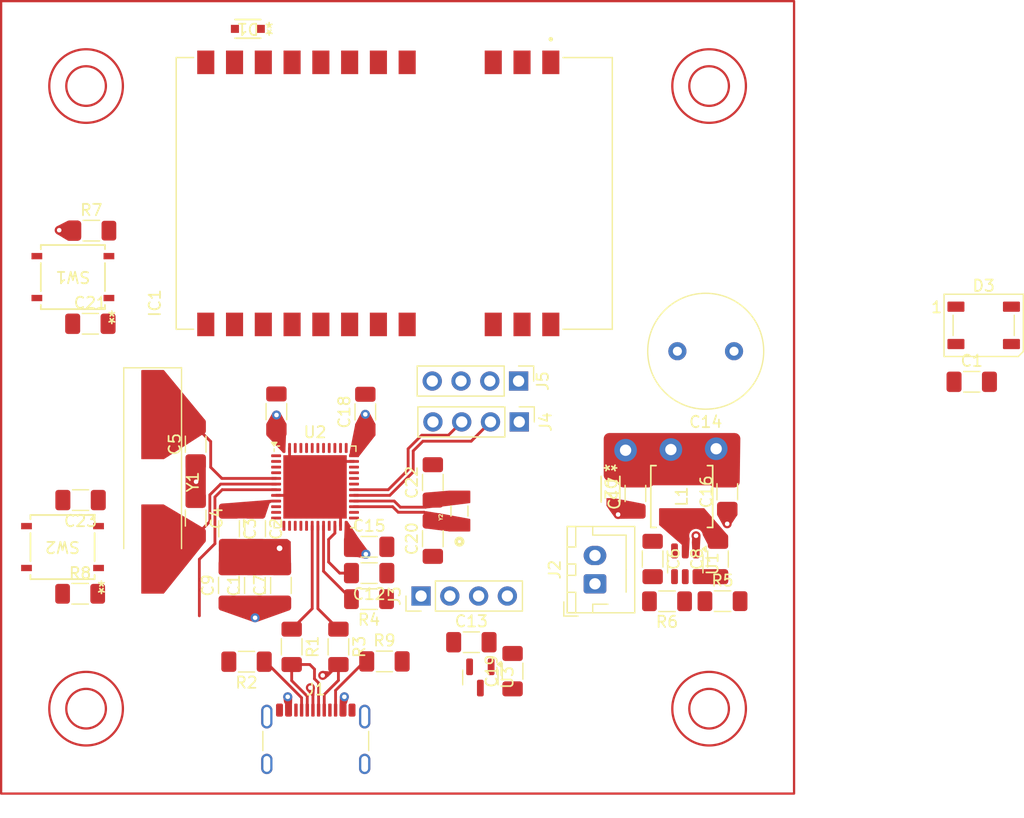
<source format=kicad_pcb>
(kicad_pcb (version 20240108) (generator "pcbnew") (generator_version "8.0")
  (layers (0 "F.Cu" signal) (1 "In1.Cu" signal) (2 "In2.Cu" signal) (31 "B.Cu" signal) (34 "B.Paste" user) (35 "F.Paste" user) (36 "B.SilkS" user "B.Silkscreen") (37 "F.SilkS" user "F.Silkscreen") (38 "B.Mask" user) (39 "F.Mask" user) (44 "Edge.Cuts" user))
  (net 0 "")
  (net 1 "GND")
  (net 2 "Net-(U2-PH1)")
  (net 3 "Net-(U2-PH0)")
  (net 4 "Net-(J2-Pin_2)")
  (net 5 "Net-(U1-SW)")
  (net 6 "Net-(U1-BST)")
  (net 7 "+3.3V")
  (net 8 "VREF+")
  (net 9 "BOOT0")
  (net 10 "+5V")
  (net 11 "NRST")
  (net 12 "Net-(U2-VCAP1)")
  (net 13 "Net-(U2-PB14)")
  (net 14 "Net-(U2-PB15)")
  (net 15 "DIO1")
  (net 16 "MISO")
  (net 17 "NSS")
  (net 19 "MOSI")
  (net 21 "RXEN")
  (net 22 "SCK")
  (net 23 "BUSY")
  (net 24 "TXEN")
  (net 25 "SWCLK")
  (net 26 "SWDIO")
  (net 27 "RX2")
  (net 28 "TX2")
  (net 29 "TX")
  (net 30 "RX")
  (net 32 "USB Dp")
  (net 33 "USB Dn")
  (net 34 "Net-(J1-CC2)")
  (net 35 "Net-(J1-CC1)")
  (net 36 "PB2")
  (net 38 "Net-(U2-PB0)")
  (net 39 "Net-(U2-PB1)")
  (net 40 "Net-(U1-FB)")
  (net 57 "DIN")
  (net 59 "TRST")
  (footprint "Capacitor_SMD:C_1206_3216Metric_Pad1.33x1.80mm_HandSolder" (layer "F.Cu") (at 164.4125 105.08)
    (property "Reference" "C13")
    (property "Value" "1uF")
  )
  (footprint "Package_DFN_QFN:QFN-48-1EP_7x7mm_P0.5mm_EP5.6x5.6mm" (layer "F.Cu") (at 150.6125 91.36)
    (property "Reference" "U2")
    (property "Value" "STM32F411CEUx")
  )
  (footprint "Capacitor_SMD:C_1206_3216Metric_Pad1.33x1.80mm_HandSolder" (layer "F.Cu") (at 208.585 82.075)
    (property "Reference" "C1")
    (property "Value" "0.1uF")
  )
  (footprint "PLZ5V1C_G3_H:CR_1C-G3&slash_H_VIS" (layer "F.Cu") (at 144.682 50.9 180)
    (property "Reference" "D1")
    (property "Value" "5.23V")
  )
  (footprint "Capacitor_SMD:C_1206_3216Metric_Pad1.33x1.80mm_HandSolder" (layer "F.Cu") (at 144.5625 106.8 180)
    (property "Reference" "R2")
    (property "Value" "5.1k")
  )
  (footprint "Resistor_SMD:R_1206_3216Metric_Pad1.30x1.75mm_HandSolder" (layer "F.Cu") (at 181.683814 101.464005 180)
    (property "Reference" "R6")
    (property "Value" "52.3k")
  )
  (footprint "Capacitor_SMD:C_1206_3216Metric_Pad1.33x1.80mm_HandSolder" (layer "F.Cu") (at 145.325 95.0625 -90)
    (property "Reference" "C2")
    (property "Value" "0.1uF")
  )
  (footprint "Connector_USB:USB_C_Receptacle_GCT_USB4105-xx-A_16P_TopMnt_Horizontal" (layer "F.Cu") (at 150.675 114.755)
    (property "Reference" "J1")
    (property "Value" "USB_C_Receptacle_USB2.0_16P")
  )
  (footprint "Capacitor_SMD:C_1206_3216Metric_Pad1.33x1.80mm_HandSolder" (layer "F.Cu") (at 129.9125 92.524998 180)
    (property "Reference" "C23")
    (property "Value" "0.1uF")
  )
  (footprint "Capacitor_SMD:C_1206_3216Metric_Pad1.33x1.80mm_HandSolder" (layer "F.Cu") (at 148.55 105.4875 -90)
    (property "Reference" "R1")
    (property "Value" "10")
  )
  (footprint "Capacitor_SMD:C_1206_3216Metric_Pad1.33x1.80mm_HandSolder" (layer "F.Cu") (at 156.7375 106.775)
    (property "Reference" "R9")
    (property "Value" "5.1k")
  )
  (footprint "Connector_PinHeader_2.54mm:PinHeader_1x04_P2.54mm_Vertical" (layer "F.Cu") (at 168.58 82.01 -90)
    (property "Reference" "J5")
    (property "Value" "Conn_01x04_Pin")
  )
  (footprint "Resistor_SMD:R_1206_3216Metric_Pad1.30x1.75mm_HandSolder" (layer "F.Cu") (at 129.875 100.799998)
    (property "Reference" "R8")
    (property "Value" "10K")
  )
  (footprint "Capacitor_SMD:C_1206_3216Metric_Pad1.33x1.80mm_HandSolder" (layer "F.Cu") (at 147.2 84.7125 -90)
    (property "Reference" "C11" (hide yes))
    (property "Value" "0.1uF")
  )
  (footprint "Capacitor_SMD:C_1206_3216Metric_Pad1.33x1.80mm_HandSolder" (layer "F.Cu") (at 186.185 97.7325 90)
    (property "Reference" "C8")
    (property "Value" "0.1uF")
  )
  (footprint "Capacitor_SMD:C_1206_3216Metric_Pad1.33x1.80mm_HandSolder" (layer "F.Cu") (at 161.01 90.964292 90)
    (property "Reference" "C22")
    (property "Value" "5pF")
  )
  (footprint "E22-900M30S:XCVR_E22-900M30S" (layer "F.Cu") (at 157.605 65.4325 90)
    (property "Reference" "IC1")
    (property "Value" "E22-900M22S")
  )
  (footprint "PTS526_SM15_SMTR2_LFS:SON4_PTS526 SM15 SMTR2 LFS_CNK" (layer "F.Cu") (at 128.319651 96.674999 180)
    (property "Reference" "SW2")
    (property "Value" "SW_MEC_5E")
  )
  (footprint "Package_TO_SOT_SMD:SOT-23" (layer "F.Cu") (at 165.205 108.1925 -90)
    (property "Reference" "U3")
    (property "Value" "MCP1700x-250xxTT")
  )
  (footprint "Capacitor_SMD:C_1206_3216Metric_Pad1.33x1.80mm_HandSolder" (layer "F.Cu") (at 130.7775 76.949998)
    (property "Reference" "C21")
    (property "Value" "0.1uF")
  )
  (footprint "Resistor_SMD:R_1206_3216Metric_Pad1.30x1.75mm_HandSolder" (layer "F.Cu") (at 155.375 101.275 180)
    (property "Reference" "R4")
    (property "Value" "10K")
  )
  (footprint "SRN5040_3R3M:IND_SRN5040_BRN" (layer "F.Cu") (at 182.985 92.2093 90)
    (property "Reference" "L1")
    (property "Value" "4.7uH")
  )
  (footprint "ECS__327_12_5_34RR_TR:XTAL_ECS-.327-12.5-34RR-TR" (layer "F.Cu") (at 163.36 93.491791 90)
    (property "Reference" "Y2")
    (property "Value" "32.768k 12.5pF")
  )
  (footprint "Crystal:Crystal_SMD_HC49-SD_HandSoldering" (layer "F.Cu") (at 136.275 90.912499 -90)
    (property "Reference" "Y1")
    (property "Value" "25MHZ 20pF")
  )
  (footprint "Capacitor_SMD:C_1206_3216Metric_Pad1.33x1.80mm_HandSolder" (layer "F.Cu") (at 140.075 87.5875 90)
    (property "Reference" "C5")
    (property "Value" "16pF")
  )
  (footprint "Resistor_SMD:R_1206_3216Metric_Pad1.30x1.75mm_HandSolder" (layer "F.Cu") (at 186.583815 101.454005)
    (property "Reference" "R5")
    (property "Value" "10k")
  )
  (footprint "Capacitor_SMD:C_1206_3216Metric_Pad1.33x1.80mm_HandSolder" (layer "F.Cu") (at 161.01 95.934292 90)
    (property "Reference" "C20")
    (property "Value" "5pF")
  )
  (footprint "Connector_PinHeader_2.54mm:PinHeader_1x04_P2.54mm_Vertical" (layer "F.Cu") (at 168.64 85.62 -90)
    (property "Reference" "J4")
    (property "Value" "GPS")
  )
  (footprint "Capacitor_SMD:C_1206_3216Metric_Pad1.33x1.80mm_HandSolder" (layer "F.Cu") (at 155.05 84.7375 90)
    (property "Reference" "C18")
    (property "Value" "0.1uF")
  )
  (footprint "Capacitor_SMD:C_1206_3216Metric_Pad1.33x1.80mm_HandSolder" (layer "F.Cu") (at 147.6 100.0625 90)
    (property "Reference" "C7")
    (property "Value" "0.1uF")
  )
  (footprint "Capacitor_SMD:C_1206_3216Metric_Pad1.33x1.80mm_HandSolder" (layer "F.Cu") (at 187.005 91.7875 90)
    (property "Reference" "C16")
    (property "Value" "22uF")
  )
  (footprint "Capacitor_SMD:C_1206_3216Metric_Pad1.33x1.80mm_HandSolder" (layer "F.Cu") (at 145.3 100.0625 90)
    (property "Reference" "C1")
    (property "Value" "0.1uF")
  )
  (footprint "Capacitor_THT:C_Radial_D10.0mm_H20.0mm_P5.00mm" (layer "F.Cu") (at 187.6 79.375 180)
    (property "Reference" "C14")
    (property "Value" "1F")
  )
  (footprint "Capacitor_SMD:C_1206_3216Metric_Pad1.33x1.80mm_HandSolder" (layer "F.Cu") (at 155.3875 98.975 180)
    (property "Reference" "C12")
    (property "Value" "4.7uF")
  )
  (footprint "Capacitor_SMD:C_1206_3216Metric_Pad1.33x1.80mm_HandSolder" (layer "F.Cu") (at 155.3875 96.65)
    (property "Reference" "C15")
    (property "Value" "0.1uF")
  )
  (footprint "Capacitor_SMD:C_1206_3216Metric_Pad1.33x1.80mm_HandSolder" (layer "F.Cu") (at 140.075 94.1125 -90)
    (property "Reference" "C4")
    (property "Value" "16pF")
  )
  (footprint "PTS526_SM15_SMTR2_LFS:SON4_PTS526 SM15 SMTR2 LFS_CNK" (layer "F.Cu") (at 129.234651 72.824999 180)
    (property "Reference" "SW1")
    (property "Value" "SW_MEC_5E")
  )
  (footprint "Package_TO_SOT_SMD:TSOT-23-6" (layer "F.Cu") (at 183.295 98.1525 -90)
    (property "Reference" "U1")
    (property "Value" "AP62200WU")
  )
  (footprint "Capacitor_SMD:C_1206_3216Metric_Pad1.33x1.80mm_HandSolder" (layer "F.Cu") (at 152.675 105.4875 -90)
    (property "Reference" "R3")
    (property "Value" "10")
  )
  (footprint "PLZ5V1C_G3_H:CR_1C-G3&slash_H_VIS" (layer "F.Cu") (at 176.695 91.563 -90)
    (property "Reference" "D2")
    (property "Value" "5.23V")
  )
  (footprint "LED_SMD:LED_WS2812B_PLCC4_5.0x5.0mm_P3.2mm" (layer "F.Cu") (at 209.64 77.09)
    (property "Reference" "D3")
    (property "Value" "WS2812B")
  )
  (footprint "Capacitor_SMD:C_1206_3216Metric_Pad1.33x1.80mm_HandSolder" (layer "F.Cu") (at 143.025 95.0625 -90)
    (property "Reference" "C3")
    (property "Value" "1uF")
  )
  (footprint "Resistor_SMD:R_1206_3216Metric_Pad1.30x1.75mm_HandSolder" (layer "F.Cu") (at 130.865 68.724998)
    (property "Reference" "R7")
    (property "Value" "10K")
  )
  (footprint "Capacitor_SMD:C_1206_3216Metric_Pad1.33x1.80mm_HandSolder" (layer "F.Cu") (at 178.895 91.9375 90)
    (property "Reference" "C17")
    (property "Value" "22uF")
  )
  (footprint "Capacitor_SMD:C_1206_3216Metric_Pad1.33x1.80mm_HandSolder" (layer "F.Cu") (at 180.415 97.7275 -90)
    (property "Reference" "C6")
    (property "Value" "10uF")
  )
  (footprint "Capacitor_SMD:C_1206_3216Metric_Pad1.33x1.80mm_HandSolder" (layer "F.Cu") (at 168.05 107.6375 90)
    (property "Reference" "C19")
    (property "Value" "1uF")
  )
  (footprint "Connector_PinHeader_2.54mm:PinHeader_1x04_P2.54mm_Vertical" (layer "F.Cu") (at 159.97 101 90)
    (property "Reference" "J3")
    (property "Value" "Serial Debug Header 1x4")
  )
  (footprint "Capacitor_SMD:C_1206_3216Metric_Pad1.33x1.80mm_HandSolder" (layer "F.Cu") (at 143 100.0625 90)
    (property "Reference" "C9")
    (property "Value" "0.1uF")
  )
  (footprint "Connector_JST:JST_XH_B2B-XH-AM_1x02_P2.50mm_Vertical" (layer "F.Cu") (at 175.325 99.92 90)
    (property "Reference" "J2")
    (property "Value" "Batt")
  )
  (gr_circle (center 185.4 110.95) (end 182.15 110.95) (stroke (width 0.2)) (fill none) (layer "F.Cu"))
  (gr_circle (center 130.4 55.95) (end 132.15 55.95) (stroke (width 0.2)) (fill none) (layer "F.Cu"))
  (gr_circle (center 185.4 110.95) (end 183.65 110.95) (stroke (width 0.2)) (fill none) (layer "F.Cu"))
  (gr_circle (center 185.4 55.95) (end 183.65 55.95) (stroke (width 0.2)) (fill none) (layer "F.Cu"))
  (gr_circle (center 130.4 110.95) (end 133.65 110.95) (stroke (width 0.2)) (fill none) (layer "F.Cu"))
  (gr_circle (center 130.4 110.95) (end 132.15 110.95) (stroke (width 0.2)) (fill none) (layer "F.Cu"))
  (gr_circle (center 185.4 55.95) (end 182.15 55.95) (stroke (width 0.2)) (fill none) (layer "F.Cu"))
  (gr_circle (center 130.4 55.95) (end 133.65 55.96) (stroke (width 0.2)) (fill none) (layer "F.Cu"))
  (gr_rect (start 122.9 48.45) (end 192.9 118.45) (stroke (width 0.2)) (fill none) (layer "F.Cu"))
  (segment (start 152.8625 93.61) (end 150.6125 91.36) (width 0.25) (layer "F.Cu") (net 1))
  (segment (start 147.175 92.11) (end 149.8625 92.11) (width 0.25) (layer "F.Cu") (net 1))
  (segment (start 149.8625 92.11) (end 150.6125 91.36) (width 0.25) (layer "F.Cu") (net 1))
  (segment (start 152.8625 94.7975) (end 152.8625 93.61) (width 0.25) (layer "F.Cu") (net 1))
  (segment (start 154.05 89.11) (end 152.8625 89.11) (width 0.25) (layer "F.Cu") (net 1))
  (segment (start 148.3625 89.11) (end 150.6125 91.36) (width 0.25) (layer "F.Cu") (net 1))
  (segment (start 152.8625 89.11) (end 150.6125 91.36) (width 0.25) (layer "F.Cu") (net 1))
  (segment (start 148.3625 87.9225) (end 148.3625 89.11) (width 0.25) (layer "F.Cu") (net 1))
  (via blind (at 147.48 96.78) (size 1) (drill 0.5) (layers "F.Cu" "In2.Cu") (net 1))
  (via blind (at 128.025 68.685) (size 0.8) (drill 0.4) (layers "F.Cu" "In2.Cu") (net 1))
  (via blind (at 140.11 90.9) (size 0.8) (drill 0.4) (layers "F.Cu" "In2.Cu") (net 1))
  (via blind (at 177.365 93.8) (size 0.8) (drill 0.4) (layers "F.Cu" "In2.Cu") (net 1))
  (via blind (at 186.995 94.62) (size 0.8) (drill 0.4) (layers "F.Cu" "In2.Cu") (net 1))
  (via blind (at 184.245 95.675) (size 0.8) (drill 0.4) (layers "F.Cu" "In2.Cu") (net 1))
  (segment (start 141.325 92.063604) (end 141.325 94.425) (width 0.25) (layer "F.Cu") (net 2))
  (segment (start 141.325 94.425) (end 140.075 95.675) (width 0.25) (layer "F.Cu") (net 2))
  (segment (start 142.278604 91.11) (end 141.325 92.063604) (width 0.25) (layer "F.Cu") (net 2))
  (segment (start 147.175 91.11) (end 142.278604 91.11) (width 0.25) (layer "F.Cu") (net 2))
  (segment (start 141.4 89.625) (end 141.4 87.35) (width 0.25) (layer "F.Cu") (net 3))
  (segment (start 142.385 90.61) (end 141.4 89.625) (width 0.25) (layer "F.Cu") (net 3))
  (segment (start 147.175 90.61) (end 142.385 90.61) (width 0.25) (layer "F.Cu") (net 3))
  (segment (start 141.4 87.35) (end 140.075 86.025) (width 0.25) (layer "F.Cu") (net 3))
  (via (at 155.05 84.95) (size 0.8) (drill 0.4) (layers "F.Cu" "B.Cu") (net 7))
  (via (at 145.32 102.92) (size 0.8) (drill 0.4) (layers "F.Cu" "B.Cu") (net 7))
  (via (at 147.21 85.01) (size 0.8) (drill 0.4) (layers "F.Cu" "B.Cu") (net 7))
  (via (at 155.1 97.3) (size 0.8) (drill 0.4) (layers "F.Cu" "B.Cu") (net 7))
  (via (at 153.2 109.9) (size 0.8) (drill 0.4) (layers "F.Cu" "B.Cu") (net 10))
  (via (at 148.2 109.9) (size 0.8) (drill 0.4) (layers "F.Cu" "B.Cu") (net 10))
  (via (at 178.025 88.12) (size 2) (drill 1) (layers "F.Cu" "B.Cu") (net 10))
  (via (at 186.025 87.99) (size 2) (drill 1) (layers "F.Cu" "B.Cu") (net 10))
  (via (at 182.025 88.06) (size 2) (drill 1) (layers "F.Cu" "B.Cu") (net 10))
  (segment (start 147.175 91.61) (end 142.415 91.61) (width 0.25) (layer "F.Cu") (net 11))
  (segment (start 140.4 97.75) (end 140.4 102.749998) (width 0.25) (layer "F.Cu") (net 11))
  (segment (start 141.775 92.25) (end 141.775 96.375) (width 0.25) (layer "F.Cu") (net 11))
  (segment (start 142.415 91.61) (end 141.775 92.25) (width 0.25) (layer "F.Cu") (net 11))
  (segment (start 141.775 96.375) (end 140.4 97.75) (width 0.25) (layer "F.Cu") (net 11))
  (segment (start 151.8125 96) (end 151.8125 98) (width 0.25) (layer "F.Cu") (net 12))
  (segment (start 151.8125 98) (end 152.7875 98.975) (width 0.25) (layer "F.Cu") (net 12))
  (segment (start 152.3625 94.7975) (end 152.3625 95.45) (width 0.25) (layer "F.Cu") (net 12))
  (segment (start 152.7875 98.975) (end 153.825 98.975) (width 0.25) (layer "F.Cu") (net 12))
  (segment (start 152.3625 95.45) (end 151.8125 96) (width 0.25) (layer "F.Cu") (net 12))
  (segment (start 157.953604 93.6) (end 160.238208 93.6) (width 0.25) (layer "F.Cu") (net 13))
  (segment (start 160.238208 93.6) (end 161.01 94.371792) (width 0.25) (layer "F.Cu") (net 13))
  (segment (start 157.463604 93.11) (end 157.953604 93.6) (width 0.25) (layer "F.Cu") (net 13))
  (segment (start 154.05 93.11) (end 157.463604 93.11) (width 0.25) (layer "F.Cu") (net 13))
  (segment (start 157.6 92.61) (end 158.14 93.15) (width 0.25) (layer "F.Cu") (net 14))
  (segment (start 158.14 93.15) (end 160.386792 93.15) (width 0.25) (layer "F.Cu") (net 14))
  (segment (start 154.05 92.61) (end 157.6 92.61) (width 0.25) (layer "F.Cu") (net 14))
  (segment (start 160.386792 93.15) (end 161.01 92.526792) (width 0.25) (layer "F.Cu") (net 14))
  (segment (start 157.073604 91.61) (end 158.83 89.853604) (width 0.25) (layer "F.Cu") (net 29))
  (segment (start 162.385001 86.795) (end 163.560001 85.62) (width 0.25) (layer "F.Cu") (net 29))
  (segment (start 154.05 91.61) (end 157.073604 91.61) (width 0.25) (layer "F.Cu") (net 29))
  (segment (start 158.83 87.993604) (end 160.028604 86.795) (width 0.25) (layer "F.Cu") (net 29))
  (segment (start 158.83 89.853604) (end 158.83 87.993604) (width 0.25) (layer "F.Cu") (net 29))
  (segment (start 160.028604 86.795) (end 162.385001 86.795) (width 0.25) (layer "F.Cu") (net 29))
  (segment (start 166.1 85.62) (end 164.4 87.32) (width 0.25) (layer "F.Cu") (net 30))
  (segment (start 159.28 90.04) (end 157.21 92.11) (width 0.25) (layer "F.Cu") (net 30))
  (segment (start 160.14 87.32) (end 159.28 88.18) (width 0.25) (layer "F.Cu") (net 30))
  (segment (start 159.28 88.18) (end 159.28 90.04) (width 0.25) (layer "F.Cu") (net 30))
  (segment (start 164.4 87.32) (end 160.14 87.32) (width 0.25) (layer "F.Cu") (net 30))
  (segment (start 157.21 92.11) (end 154.05 92.11) (width 0.25) (layer "F.Cu") (net 30))
  (segment (start 151.425 111.075) (end 151.425 109.7) (width 0.25) (layer "F.Cu") (net 32))
  (segment (start 152.675 108.45) (end 152.675 107.05) (width 0.25) (layer "F.Cu") (net 32))
  (segment (start 150.425 109.324696) (end 150.2 109.099696) (width 0.25) (layer "F.Cu") (net 32))
  (segment (start 150.425 111.075) (end 150.425 109.324696) (width 0.25) (layer "F.Cu") (net 32))
  (segment (start 151.425 109.7) (end 152.675 108.45) (width 0.25) (layer "F.Cu") (net 32))
  (segment (start 151.287805 108.012195) (end 151.712805 108.012195) (width 0.25) (layer "F.Cu") (net 32))
  (segment (start 151.712805 108.012195) (end 152.675 107.05) (width 0.25) (layer "F.Cu") (net 32))
  (via blind (at 151.287805 108.012195) (size 0.8) (drill 0.4) (layers "F.Cu" "In1.Cu") (net 32))
  (via blind (at 150.2 109.099696) (size 0.8) (drill 0.4) (layers "F.Cu" "In1.Cu") (net 32))
  (segment (start 150.2 109.099696) (end 150.200304 109.099696) (width 0.25) (layer "B.Cu") (net 32))
  (segment (start 150.925 111.075) (end 150.925 108.674695) (width 0.25) (layer "F.Cu") (net 33))
  (segment (start 148.55 108.475) (end 148.55 107.05) (width 0.25) (layer "F.Cu") (net 33))
  (segment (start 150.562805 107.462805) (end 150.15 107.05) (width 0.25) (layer "F.Cu") (net 33))
  (segment (start 149.925 109.85) (end 148.55 108.475) (width 0.25) (layer "F.Cu") (net 33))
  (segment (start 149.925 111.075) (end 149.925 109.85) (width 0.25) (layer "F.Cu") (net 33))
  (segment (start 150.15 107.05) (end 148.55 107.05) (width 0.25) (layer "F.Cu") (net 33))
  (segment (start 150.562805 108.3125) (end 150.562805 107.462805) (width 0.25) (layer "F.Cu") (net 33))
  (segment (start 150.925 108.674695) (end 150.562805 108.3125) (width 0.25) (layer "F.Cu") (net 33))
  (segment (start 154.986396 106.775) (end 155.175 106.775) (width 0.25) (layer "F.Cu") (net 34))
  (segment (start 152.425 111.075) (end 152.425 109.336396) (width 0.25) (layer "F.Cu") (net 34))
  (segment (start 152.425 109.336396) (end 154.986396 106.775) (width 0.25) (layer "F.Cu") (net 34))
  (segment (start 149.425 111.075) (end 149.425 109.986396) (width 0.25) (layer "F.Cu") (net 35))
  (segment (start 146.238604 106.8) (end 146.125 106.8) (width 0.25) (layer "F.Cu") (net 35))
  (segment (start 149.425 109.986396) (end 146.238604 106.8) (width 0.25) (layer "F.Cu") (net 35))
  (segment (start 151.3625 98.8125) (end 153.825 101.275) (width 0.25) (layer "F.Cu") (net 36))
  (segment (start 151.3625 94.7975) (end 151.3625 98.8125) (width 0.25) (layer "F.Cu") (net 36))
  (segment (start 150.3625 102.1125) (end 150.3625 94.7975) (width 0.25) (layer "F.Cu") (net 38))
  (segment (start 148.55 103.925) (end 150.3625 102.1125) (width 0.25) (layer "F.Cu") (net 38))
  (segment (start 150.8625 102.1125) (end 150.8625 94.7975) (width 0.25) (layer "F.Cu") (net 39))
  (segment (start 152.675 103.925) (end 150.8625 102.1125) (width 0.25) (layer "F.Cu") (net 39))
  (zone (net 14) (net_name "Net-(U2-PB15)") (layer "F.Cu") (priority 19) (connect_pads yes (clearance 0)) (min_thickness 0.25) (fill yes (thermal_gap 1) (thermal_bridge_width 1))
    (polygon (pts (xy 160.42 93.27) (xy 164.31 92.79) (xy 164.31 91.69) (xy 162.41 91.69) (xy 160.31 91.87) (xy 160.11 92.09)))
  )
  (zone (net 10) (net_name "+5V") (layer "F.Cu") (priority 22) (connect_pads yes (clearance 0)) (min_thickness 0.25) (fill yes (thermal_gap 0.5) (thermal_bridge_width 0.5))
    (polygon (pts (xy 147.8 109.9) (xy 147.975 111) (xy 148.575 111) (xy 148.6 109.875) (xy 148.2 109.5)))
  )
  (zone (net 7) (net_name "+3.3V") (layer "F.Cu") (priority 4) (connect_pads yes (clearance 0)) (min_thickness 0.025) (fill yes (thermal_gap 0.5) (thermal_bridge_width 0.5))
    (polygon (pts (xy 146.87 84.79) (xy 147.54 84.79) (xy 148.09 85.8) (xy 147.99 88.3) (xy 147.74 88.3) (xy 146.36 86.85) (xy 146.36 85.71)))
  )
  (zone (net 7) (net_name "+3.3V") (layer "F.Cu") (connect_pads yes (clearance 0)) (min_thickness 0.025) (fill yes (thermal_gap 0.5) (thermal_bridge_width 0.5))
    (polygon (pts (xy 155.95 86.8) (xy 154.45 88.725) (xy 153.63 88.5) (xy 154.16 85.82) (xy 154.71 84.74) (xy 155.43 84.83) (xy 155.95 85.82)))
  )
  (zone (net 1) (net_name "GND") (layer "F.Cu") (priority 16) (connect_pads yes (clearance 0)) (min_thickness 0.25) (fill yes (thermal_gap 0.5) (thermal_bridge_width 0.5))
    (polygon (pts (xy 139.18 88.72) (xy 139.18 92.98) (xy 139.38 93.21) (xy 140.75 93.21) (xy 140.97 92.96) (xy 140.97 88.71) (xy 140.74 88.49) (xy 139.41 88.49)))
  )
  (zone (net 1) (net_name "GND") (layer "F.Cu") (priority 1) (connect_pads yes (clearance 0)) (min_thickness 0.025) (fill yes (thermal_gap 0.5) (thermal_bridge_width 0.5))
    (polygon (pts (xy 184.645 95.675) (xy 184.545 97.575) (xy 183.945 97.575) (xy 183.845 95.675)))
  )
  (zone (net 7) (net_name "+3.3V") (layer "F.Cu") (priority 2) (connect_pads yes (clearance 0)) (min_thickness 0.025) (fill yes (thermal_gap 0.5) (thermal_bridge_width 0.5))
    (polygon (pts (xy 153.24 94.42) (xy 153.18 95.95) (xy 153.23 97.48) (xy 154.27 97.55) (xy 155.08 97.7) (xy 155.23 96.92) (xy 154.42 95.82) (xy 153.48 94.39)))
  )
  (zone (net 10) (net_name "+5V") (layer "F.Cu") (priority 23) (connect_pads yes (clearance 0)) (min_thickness 0.25) (fill yes (thermal_gap 0.5) (thermal_bridge_width 0.5))
    (polygon (pts (xy 152.8 109.875) (xy 152.775 110.65) (xy 152.775 111.425) (xy 153.375 111.425) (xy 153.375 110.65) (xy 153.6 109.925) (xy 153.225 109.5)))
  )
  (zone (net 6) (net_name "Net-(U1-BST)") (layer "F.Cu") (priority 7) (connect_pads yes (clearance 0)) (min_thickness 0.025) (fill yes (thermal_gap 0.5) (thermal_bridge_width 0.5))
    (polygon (pts (xy 184.405 99.95) (xy 186.835 99.94) (xy 187.085 99.7) (xy 187.085 98.87) (xy 186.825 98.62) (xy 184.105 98.63) (xy 183.945 98.77) (xy 183.945 99.81) (xy 184.085 99.95)))
  )
  (zone (net 2) (net_name "Net-(U2-PH1)") (layer "F.Cu") (priority 15) (connect_pads yes (clearance 0)) (min_thickness 0.25) (fill yes (thermal_gap 0.5) (thermal_bridge_width 0.5))
    (polygon (pts (xy 137.27 92.92) (xy 140.87 95.06) (xy 140.87 96.29) (xy 137.27 100.78) (xy 135.28 100.78) (xy 135.28 92.92)))
  )
  (zone (net 1) (net_name "GND") (layer "F.Cu") (priority 21) (connect_pads yes (clearance 0)) (min_thickness 0.25) (fill yes (thermal_gap 1) (thermal_bridge_width 1))
    (polygon (pts (xy 128.755 67.865) (xy 127.795 68.355) (xy 127.775 68.995) (xy 128.785 69.605) (xy 128.885 69.625) (xy 129.725 69.625) (xy 129.965 69.355) (xy 129.965 68.065) (xy 129.735 67.825) (xy 128.875 67.825)))
  )
  (zone (net 3) (net_name "Net-(U2-PH0)") (layer "F.Cu") (priority 14) (connect_pads yes (clearance 0)) (min_thickness 0.25) (fill yes (thermal_gap 0.5) (thermal_bridge_width 0.5))
    (polygon (pts (xy 135.28 88.91) (xy 135.28 81.04) (xy 137.27 81.04) (xy 140.92 85.46) (xy 140.92 86.58) (xy 137.27 88.91)))
  )
  (zone (net 7) (net_name "+3.3V") (layer "F.Cu") (priority 6) (connect_pads yes (clearance 0)) (min_thickness 0.025) (fill yes (thermal_gap 0.5) (thermal_bridge_width 0.5))
    (polygon (pts (xy 142.1 101.18) (xy 142.1 102.05) (xy 142.34 102.29) (xy 145.2 103.3) (xy 145.47 103.29) (xy 148.27 102.29) (xy 148.5 102.05) (xy 148.5 101.2) (xy 148.24 100.96) (xy 142.36 100.96)))
  )
  (zone (net 5) (net_name "Net-(U1-SW)") (layer "F.Cu") (priority 11) (connect_pads yes (clearance 0)) (min_thickness 0.25) (fill yes (thermal_gap 0.5) (thermal_bridge_width 0.5))
    (polygon (pts (xy 180.995 94.74) (xy 182.995 96.48) (xy 182.995 97.54) (xy 183.595 97.54) (xy 183.705 95.67) (xy 184.775 95.48) (xy 185.485 96.83) (xy 187.075 96.65) (xy 187.055 95.64) (xy 184.975 93.25) (xy 180.995 93.25)))
  )
  (zone (net 7) (net_name "+3.3V") (layer "F.Cu") (priority 3) (connect_pads yes (clearance 0)) (min_thickness 0.025) (fill yes (thermal_gap 0.5) (thermal_bridge_width 0.5))
    (polygon (pts (xy 146.21 93.98) (xy 146.6 92.82) (xy 146.78 92.73) (xy 147.59 92.72) (xy 147.57 92.49) (xy 146.77 92.49) (xy 142.32 92.84) (xy 142.33 94.15) (xy 146.03 94.15)))
  )
  (zone (net 13) (net_name "Net-(U2-PB14)") (layer "F.Cu") (priority 20) (connect_pads yes (clearance 0)) (min_thickness 0.25) (fill yes (thermal_gap 1) (thermal_bridge_width 1))
    (polygon (pts (xy 164.31 94.19) (xy 161.69 93.71) (xy 160.26 93.48) (xy 160.11 94.8) (xy 160.35 95.03) (xy 162.41 95.29) (xy 164.31 95.29)))
  )
  (zone (net 1) (net_name "GND") (layer "F.Cu") (priority 17) (connect_pads yes (clearance 0)) (min_thickness 0.25) (fill yes (thermal_gap 1) (thermal_bridge_width 1))
    (polygon (pts (xy 186.345 92.69) (xy 186.105 92.94) (xy 186.105 93.77) (xy 186.135 93.88) (xy 186.665 94.84) (xy 187.395 94.6) (xy 187.895 93.84) (xy 187.905 92.91) (xy 187.655 92.69)))
  )
  (zone (net 1) (net_name "GND") (layer "F.Cu") (priority 13) (connect_pads yes (clearance 0)) (min_thickness 1) (fill yes (thermal_gap 1) (thermal_bridge_width 1))
    (polygon (pts (xy 176.345 93.05) (xy 177.015 93.99) (xy 177.345 94.18) (xy 179.615 94.15) (xy 179.79 93.925) (xy 179.79 93.05) (xy 179.545 92.84) (xy 177.045 92.36) (xy 176.345 92.36)))
  )
  (zone (net 10) (net_name "+5V") (layer "F.Cu") (priority 12) (connect_pads yes (clearance 0)) (min_thickness 1) (fill yes (thermal_gap 1) (thermal_bridge_width 1))
    (polygon (pts (xy 188.165 86.6) (xy 176.095 86.6) (xy 176.095 91.41) (xy 188.095 91.41)))
  )
  (zone (net 1) (net_name "GND") (layer "F.Cu") (priority 5) (connect_pads yes (clearance 0)) (min_thickness 0.025) (fill yes (thermal_gap 0.5) (thermal_bridge_width 0.5))
    (polygon (pts (xy 142.38 95.96) (xy 148.17 95.96) (xy 148.47 96.19) (xy 148.5 98.93) (xy 148.26 99.16) (xy 142.34 99.16) (xy 142.1 98.94) (xy 142.13 96.21)))
  )
)
</source>
